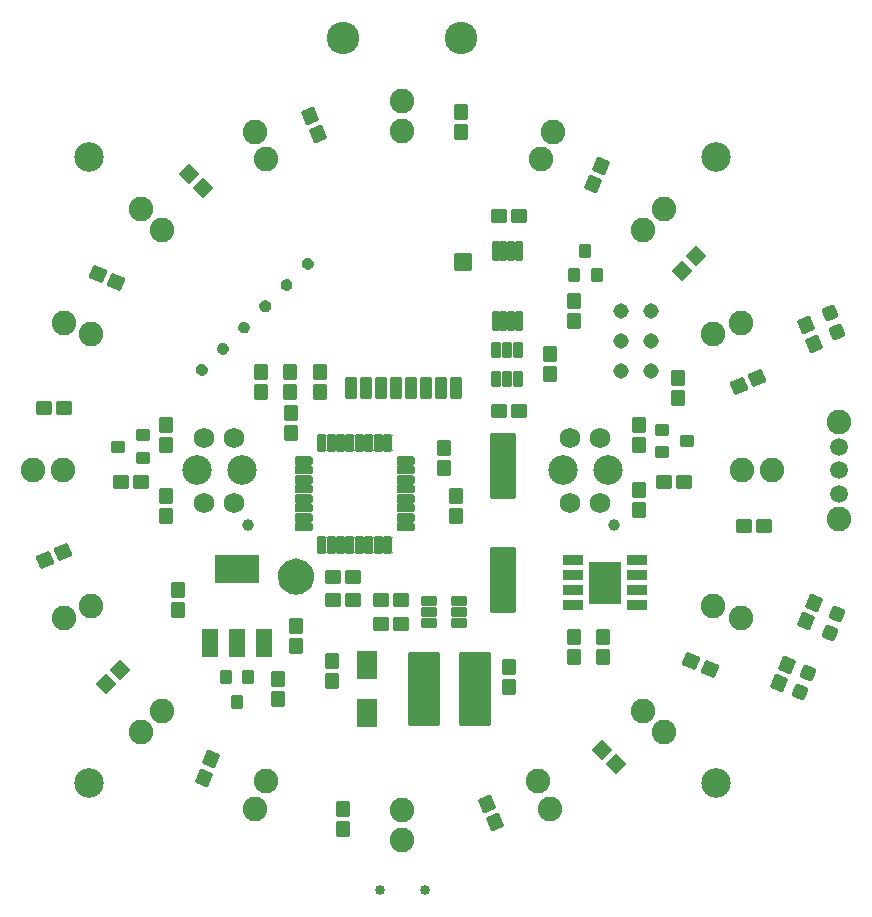
<source format=gts>
G04 #@! TF.GenerationSoftware,KiCad,Pcbnew,(6.0.4-0)*
G04 #@! TF.CreationDate,2022-11-18T23:15:20+01:00*
G04 #@! TF.ProjectId,iO_Atletehe_rev1,694f5f41-746c-4657-9465-68655f726576,rev?*
G04 #@! TF.SameCoordinates,Original*
G04 #@! TF.FileFunction,Soldermask,Top*
G04 #@! TF.FilePolarity,Negative*
%FSLAX46Y46*%
G04 Gerber Fmt 4.6, Leading zero omitted, Abs format (unit mm)*
G04 Created by KiCad (PCBNEW (6.0.4-0)) date 2022-11-18 23:15:20*
%MOMM*%
%LPD*%
G01*
G04 APERTURE LIST*
G04 Aperture macros list*
%AMRoundRect*
0 Rectangle with rounded corners*
0 $1 Rounding radius*
0 $2 $3 $4 $5 $6 $7 $8 $9 X,Y pos of 4 corners*
0 Add a 4 corners polygon primitive as box body*
4,1,4,$2,$3,$4,$5,$6,$7,$8,$9,$2,$3,0*
0 Add four circle primitives for the rounded corners*
1,1,$1+$1,$2,$3*
1,1,$1+$1,$4,$5*
1,1,$1+$1,$6,$7*
1,1,$1+$1,$8,$9*
0 Add four rect primitives between the rounded corners*
20,1,$1+$1,$2,$3,$4,$5,0*
20,1,$1+$1,$4,$5,$6,$7,0*
20,1,$1+$1,$6,$7,$8,$9,0*
20,1,$1+$1,$8,$9,$2,$3,0*%
G04 Aperture macros list end*
%ADD10C,1.308000*%
%ADD11RoundRect,0.101600X-0.500000X0.550000X-0.500000X-0.550000X0.500000X-0.550000X0.500000X0.550000X0*%
%ADD12RoundRect,0.101600X0.500000X-0.550000X0.500000X0.550000X-0.500000X0.550000X-0.500000X-0.550000X0*%
%ADD13RoundRect,0.101600X-0.742462X0.035355X0.035355X-0.742462X0.742462X-0.035355X-0.035355X0.742462X0*%
%ADD14RoundRect,0.101600X0.635000X0.279400X-0.635000X0.279400X-0.635000X-0.279400X0.635000X-0.279400X0*%
%ADD15RoundRect,0.101600X0.279400X0.635000X-0.279400X0.635000X-0.279400X-0.635000X0.279400X-0.635000X0*%
%ADD16RoundRect,0.101600X-0.400000X-0.450000X0.400000X-0.450000X0.400000X0.450000X-0.400000X0.450000X0*%
%ADD17RoundRect,0.101600X0.672416X-0.316792X0.251464X0.699475X-0.672416X0.316792X-0.251464X-0.699475X0*%
%ADD18RoundRect,0.101600X-0.762500X-0.350000X0.762500X-0.350000X0.762500X0.350000X-0.762500X0.350000X0*%
%ADD19RoundRect,0.101600X1.256500X-1.701000X1.256500X1.701000X-1.256500X1.701000X-1.256500X-1.701000X0*%
%ADD20C,2.082800*%
%ADD21RoundRect,0.101600X0.550000X0.500000X-0.550000X0.500000X-0.550000X-0.500000X0.550000X-0.500000X0*%
%ADD22RoundRect,0.101600X-0.672416X0.316792X-0.251464X-0.699475X0.672416X-0.316792X0.251464X0.699475X0*%
%ADD23RoundRect,0.101600X-0.550000X-0.500000X0.550000X-0.500000X0.550000X0.500000X-0.550000X0.500000X0*%
%ADD24RoundRect,0.101600X-0.225000X0.737500X-0.225000X-0.737500X0.225000X-0.737500X0.225000X0.737500X0*%
%ADD25RoundRect,0.251600X-0.457297X-0.189419X0.189419X-0.457297X0.457297X0.189419X-0.189419X0.457297X0*%
%ADD26RoundRect,0.101600X-0.251464X0.699475X-0.672416X-0.316792X0.251464X-0.699475X0.672416X0.316792X0*%
%ADD27C,2.499990*%
%ADD28RoundRect,0.251600X-0.189419X-0.457297X0.457297X-0.189419X0.189419X0.457297X-0.457297X0.189419X0*%
%ADD29RoundRect,0.101600X-0.775000X1.100000X-0.775000X-1.100000X0.775000X-1.100000X0.775000X1.100000X0*%
%ADD30C,2.500009*%
%ADD31RoundRect,0.101600X0.450000X-0.400000X0.450000X0.400000X-0.450000X0.400000X-0.450000X-0.400000X0*%
%ADD32RoundRect,0.101600X-0.450000X0.400000X-0.450000X-0.400000X0.450000X-0.400000X0.450000X0.400000X0*%
%ADD33C,2.500000*%
%ADD34C,1.000000*%
%ADD35C,1.753200*%
%ADD36RoundRect,0.101600X-0.600000X-0.300000X0.600000X-0.300000X0.600000X0.300000X-0.600000X0.300000X0*%
%ADD37RoundRect,0.101600X0.742462X-0.035355X-0.035355X0.742462X-0.742462X0.035355X0.035355X-0.742462X0*%
%ADD38RoundRect,0.101600X-0.699475X-0.251464X0.316792X-0.672416X0.699475X0.251464X-0.316792X0.672416X0*%
%ADD39RoundRect,0.101600X0.251464X-0.699475X0.672416X0.316792X-0.251464X0.699475X-0.672416X-0.316792X0*%
%ADD40RoundRect,0.101600X0.035355X0.742462X-0.742462X-0.035355X-0.035355X-0.742462X0.742462X0.035355X0*%
%ADD41RoundRect,0.101600X-0.316792X-0.672416X0.699475X-0.251464X0.316792X0.672416X-0.699475X0.251464X0*%
%ADD42RoundRect,0.101600X1.250000X-3.000000X1.250000X3.000000X-1.250000X3.000000X-1.250000X-3.000000X0*%
%ADD43RoundRect,0.251600X0.457297X0.189419X-0.189419X0.457297X-0.457297X-0.189419X0.189419X-0.457297X0*%
%ADD44RoundRect,0.101600X-0.965200X2.667000X-0.965200X-2.667000X0.965200X-2.667000X0.965200X2.667000X0*%
%ADD45RoundRect,0.101600X0.400000X0.450000X-0.400000X0.450000X-0.400000X-0.450000X0.400000X-0.450000X0*%
%ADD46RoundRect,0.101600X0.316792X0.672416X-0.699475X0.251464X-0.316792X-0.672416X0.699475X-0.251464X0*%
%ADD47RoundRect,0.101600X0.699475X0.251464X-0.316792X0.672416X-0.699475X-0.251464X0.316792X-0.672416X0*%
%ADD48RoundRect,0.101600X-0.300000X0.600000X-0.300000X-0.600000X0.300000X-0.600000X0.300000X0.600000X0*%
%ADD49RoundRect,0.101600X0.406400X-0.838200X0.406400X0.838200X-0.406400X0.838200X-0.406400X-0.838200X0*%
%ADD50RoundRect,0.101600X0.654000X-0.654000X0.654000X0.654000X-0.654000X0.654000X-0.654000X-0.654000X0*%
%ADD51RoundRect,0.101600X-0.035355X-0.742462X0.742462X0.035355X0.035355X0.742462X-0.742462X-0.035355X0*%
%ADD52RoundRect,0.101600X-0.609600X-1.117600X0.609600X-1.117600X0.609600X1.117600X-0.609600X1.117600X0*%
%ADD53RoundRect,0.101600X-1.800000X-1.100000X1.800000X-1.100000X1.800000X1.100000X-1.800000X1.100000X0*%
%ADD54C,0.850000*%
%ADD55C,2.743200*%
%ADD56C,1.503200*%
%ADD57C,2.078200*%
G04 APERTURE END LIST*
G36*
X140571890Y-87024476D02*
G01*
X140830749Y-87161932D01*
X140800969Y-87218013D01*
X140852654Y-87181126D01*
X140938136Y-87300903D01*
X140985443Y-87450826D01*
X140984097Y-87608031D01*
X140934232Y-87757124D01*
X140846713Y-87875420D01*
X140795669Y-87837655D01*
X140834185Y-87888135D01*
X140718117Y-87976696D01*
X140570871Y-88028380D01*
X140409672Y-88032147D01*
X140140210Y-87902664D01*
X140038140Y-87769318D01*
X139983977Y-87615795D01*
X139979778Y-87447864D01*
X140115187Y-87164834D01*
X140252238Y-87068759D01*
X140405956Y-87021670D01*
X140571890Y-87024476D01*
G37*
G36*
X131591634Y-96004732D02*
G01*
X131850493Y-96142188D01*
X131820713Y-96198269D01*
X131872398Y-96161382D01*
X131957880Y-96281159D01*
X132005187Y-96431082D01*
X132003841Y-96588287D01*
X131953976Y-96737380D01*
X131866457Y-96855676D01*
X131815415Y-96817913D01*
X131853929Y-96868391D01*
X131737862Y-96956952D01*
X131590615Y-97008635D01*
X131429418Y-97012403D01*
X131159954Y-96882920D01*
X131057884Y-96749574D01*
X131003721Y-96596051D01*
X130999522Y-96428121D01*
X131134931Y-96145090D01*
X131271982Y-96049015D01*
X131425700Y-96001926D01*
X131591634Y-96004732D01*
G37*
G36*
X133387685Y-94208681D02*
G01*
X133646544Y-94346137D01*
X133616764Y-94402218D01*
X133668449Y-94365331D01*
X133753932Y-94485108D01*
X133801238Y-94635031D01*
X133799892Y-94792235D01*
X133750027Y-94941329D01*
X133662508Y-95059625D01*
X133611464Y-95021860D01*
X133649980Y-95072340D01*
X133533912Y-95160901D01*
X133386666Y-95212585D01*
X133225468Y-95216352D01*
X132956005Y-95086869D01*
X132853935Y-94953523D01*
X132799772Y-94800000D01*
X132795574Y-94632069D01*
X132930982Y-94349039D01*
X133068033Y-94252964D01*
X133221751Y-94205875D01*
X133387685Y-94208681D01*
G37*
G36*
X135183736Y-92412629D02*
G01*
X135442595Y-92550085D01*
X135412815Y-92606167D01*
X135464501Y-92569280D01*
X135549983Y-92689057D01*
X135597289Y-92838980D01*
X135595943Y-92996184D01*
X135546078Y-93145278D01*
X135458560Y-93263574D01*
X135407515Y-93225809D01*
X135446031Y-93276289D01*
X135329964Y-93364850D01*
X135182717Y-93416534D01*
X135021519Y-93420300D01*
X134752056Y-93290818D01*
X134649987Y-93157472D01*
X134595824Y-93003949D01*
X134591625Y-92836018D01*
X134727034Y-92552988D01*
X134864084Y-92456913D01*
X135017802Y-92409824D01*
X135183736Y-92412629D01*
G37*
G36*
X138775839Y-88820527D02*
G01*
X139034698Y-88957983D01*
X139004918Y-89014064D01*
X139056603Y-88977177D01*
X139142085Y-89096954D01*
X139189391Y-89246877D01*
X139188046Y-89404082D01*
X139138181Y-89553175D01*
X139050662Y-89671471D01*
X138999617Y-89633706D01*
X139038134Y-89684187D01*
X138922066Y-89772747D01*
X138774820Y-89824431D01*
X138613621Y-89828198D01*
X138344158Y-89698715D01*
X138242089Y-89565369D01*
X138187926Y-89411846D01*
X138183727Y-89243916D01*
X138319136Y-88960886D01*
X138456187Y-88864810D01*
X138609905Y-88817721D01*
X138775839Y-88820527D01*
G37*
G36*
X136979787Y-90616578D02*
G01*
X137238646Y-90754034D01*
X137208867Y-90810115D01*
X137260552Y-90773229D01*
X137346034Y-90893005D01*
X137393340Y-91042928D01*
X137391995Y-91200133D01*
X137342129Y-91349226D01*
X137254611Y-91467523D01*
X137203566Y-91429757D01*
X137242082Y-91480238D01*
X137126015Y-91568799D01*
X136978768Y-91620482D01*
X136817570Y-91624249D01*
X136548107Y-91494767D01*
X136446038Y-91361420D01*
X136391875Y-91207898D01*
X136387676Y-91039967D01*
X136523085Y-90756937D01*
X136660136Y-90660862D01*
X136813853Y-90613772D01*
X136979787Y-90616578D01*
G37*
G36*
X139766910Y-112496117D02*
G01*
X140024643Y-112565177D01*
X140266469Y-112677942D01*
X140485040Y-112830987D01*
X140673713Y-113019660D01*
X140826758Y-113238231D01*
X140939523Y-113480057D01*
X141008583Y-113737790D01*
X141031838Y-114003600D01*
X141008583Y-114269410D01*
X140939523Y-114527143D01*
X140826758Y-114768969D01*
X140673713Y-114987540D01*
X140485040Y-115176213D01*
X140266469Y-115329258D01*
X140024643Y-115442023D01*
X139766910Y-115511083D01*
X139501100Y-115534338D01*
X139235290Y-115511083D01*
X138977557Y-115442023D01*
X138735731Y-115329258D01*
X138517160Y-115176213D01*
X138328487Y-114987540D01*
X138175442Y-114768969D01*
X138060780Y-114523076D01*
X137969971Y-114008070D01*
X137993617Y-113737790D01*
X138062677Y-113480057D01*
X138175442Y-113238231D01*
X138328487Y-113019660D01*
X138517160Y-112830987D01*
X138735731Y-112677942D01*
X138977557Y-112565177D01*
X139235290Y-112496117D01*
X139501100Y-112472862D01*
X139766910Y-112496117D01*
G37*
D10*
X166979600Y-94030800D03*
X169519600Y-94030800D03*
X166979600Y-96570800D03*
X169519600Y-96570800D03*
X169519600Y-91490800D03*
X166979600Y-91490800D03*
D11*
X171805600Y-97194000D03*
X171805600Y-98894000D03*
D12*
X139081100Y-101843600D03*
X139081100Y-100143600D03*
D13*
X165400059Y-128652559D03*
X166602141Y-129854641D03*
D11*
X163001100Y-119153600D03*
X163001100Y-120853600D03*
D14*
X148793700Y-109803600D03*
X148793700Y-109003600D03*
X148793700Y-108203600D03*
X148793700Y-107403600D03*
X148793700Y-106603600D03*
X148793700Y-105803600D03*
X148793700Y-105003600D03*
X148793700Y-104203600D03*
D15*
X147301100Y-102711000D03*
X146501100Y-102711000D03*
X145701100Y-102711000D03*
X144901100Y-102711000D03*
X144101100Y-102711000D03*
X143301100Y-102711000D03*
X142501100Y-102711000D03*
X141701100Y-102711000D03*
D14*
X140208500Y-104203600D03*
X140208500Y-105003600D03*
X140208500Y-105803600D03*
X140208500Y-106603600D03*
X140208500Y-107403600D03*
X140208500Y-108203600D03*
X140208500Y-109003600D03*
X140208500Y-109803600D03*
D15*
X141701100Y-111296200D03*
X142501100Y-111296200D03*
X143301100Y-111296200D03*
X144101100Y-111296200D03*
X144901100Y-111296200D03*
X145701100Y-111296200D03*
X146501100Y-111296200D03*
X147301100Y-111296200D03*
D16*
X163051100Y-88503600D03*
X164951100Y-88503600D03*
X164001100Y-86403600D03*
D17*
X141326381Y-76538898D03*
X140675819Y-74968302D03*
D11*
X143501100Y-133653600D03*
X143501100Y-135353600D03*
D18*
X162959100Y-112618600D03*
X162959100Y-113888600D03*
X162959100Y-115158600D03*
X162959100Y-116428600D03*
X168383100Y-116428600D03*
X168383100Y-115158600D03*
X168383100Y-113888600D03*
X168383100Y-112618600D03*
D19*
X165671100Y-114523600D03*
D20*
X177231100Y-105003600D03*
X179771100Y-105003600D03*
X168853074Y-125355574D03*
X170649126Y-127151626D03*
X136987108Y-131330273D03*
X136015092Y-133676927D03*
D11*
X138001100Y-122653600D03*
X138001100Y-124353600D03*
D21*
X148351100Y-116003600D03*
X146651100Y-116003600D03*
D11*
X153001100Y-107153600D03*
X153001100Y-108853600D03*
D22*
X155675819Y-133218302D03*
X156326381Y-134788898D03*
D20*
X128149126Y-125355574D03*
X126353074Y-127151626D03*
D23*
X142651100Y-116003600D03*
X144351100Y-116003600D03*
D24*
X158336100Y-86465600D03*
X157686100Y-86465600D03*
X157036100Y-86465600D03*
X156386100Y-86465600D03*
X156386100Y-92341600D03*
X157036100Y-92341600D03*
X157686100Y-92341600D03*
X158336100Y-92341600D03*
D12*
X161001100Y-96853600D03*
X161001100Y-95153600D03*
D25*
X184665487Y-118813842D03*
X185336713Y-117193358D03*
D22*
X182675819Y-92718302D03*
X183326381Y-94288898D03*
D20*
X128149126Y-84651626D03*
X126353074Y-82855574D03*
D23*
X156651100Y-100003600D03*
X158351100Y-100003600D03*
D12*
X152001100Y-104853600D03*
X152001100Y-103153600D03*
D23*
X146651100Y-118003600D03*
X148351100Y-118003600D03*
D20*
X174827773Y-116517592D03*
X177174427Y-117489608D03*
D26*
X183326381Y-116218302D03*
X182675819Y-117788898D03*
D20*
X122174427Y-116517592D03*
X119827773Y-117489608D03*
D12*
X168501100Y-108353600D03*
X168501100Y-106653600D03*
D27*
X121984596Y-131520104D03*
D11*
X136501100Y-96653600D03*
X136501100Y-98353600D03*
D28*
X185336713Y-93313842D03*
X184665487Y-91693358D03*
D26*
X132326381Y-129468302D03*
X131675819Y-131038898D03*
D29*
X145501100Y-121453600D03*
X145501100Y-125553600D03*
D30*
X175017603Y-131520104D03*
D20*
X136987108Y-78676927D03*
X136015092Y-76330273D03*
X119771100Y-105003600D03*
X117231100Y-105003600D03*
D12*
X129501100Y-116853600D03*
X129501100Y-115153600D03*
D31*
X126501100Y-103953600D03*
X126501100Y-102053600D03*
X124401100Y-103003600D03*
D32*
X170501100Y-101553600D03*
X170501100Y-103453600D03*
X172601100Y-102503600D03*
D12*
X139501100Y-119853600D03*
X139501100Y-118153600D03*
D21*
X126351100Y-106003600D03*
X124651100Y-106003600D03*
D20*
X122174427Y-93489608D03*
X119827773Y-92517592D03*
D33*
X165901100Y-105003600D03*
D34*
X166451100Y-109653600D03*
D33*
X162101100Y-105003600D03*
D35*
X162731100Y-107753600D03*
X165271100Y-107753600D03*
X165271100Y-102253600D03*
X162731100Y-102253600D03*
D36*
X150751100Y-116053600D03*
X150751100Y-117003600D03*
X150751100Y-117953600D03*
X153251100Y-117953600D03*
X153251100Y-117003600D03*
X153251100Y-116053600D03*
D20*
X160265092Y-78676927D03*
X161237108Y-76330273D03*
D37*
X131602141Y-81104641D03*
X130400059Y-79902559D03*
D21*
X119851100Y-99753600D03*
X118151100Y-99753600D03*
D38*
X172965802Y-121178319D03*
X174536398Y-121828881D03*
D39*
X164675819Y-80788898D03*
X165326381Y-79218302D03*
D11*
X168501100Y-101153600D03*
X168501100Y-102853600D03*
D20*
X148501100Y-133733600D03*
X148501100Y-136273600D03*
X168853074Y-84651626D03*
X170649126Y-82855574D03*
D23*
X177401100Y-109753600D03*
X179101100Y-109753600D03*
D40*
X124602141Y-121902559D03*
X123400059Y-123104641D03*
D41*
X176965802Y-97828881D03*
X178536398Y-97178319D03*
D12*
X157501100Y-123353600D03*
X157501100Y-121653600D03*
D42*
X150326100Y-123503600D03*
X154626100Y-123503600D03*
D43*
X182836713Y-122193358D03*
X182165487Y-123813842D03*
D11*
X165501100Y-119153600D03*
X165501100Y-120853600D03*
D44*
X157001100Y-104677600D03*
X157001100Y-114329600D03*
D27*
X121984596Y-78487097D03*
D23*
X142651100Y-114003600D03*
X144351100Y-114003600D03*
D45*
X135451100Y-122503600D03*
X133551100Y-122503600D03*
X134501100Y-124603600D03*
D11*
X139001100Y-96653600D03*
X139001100Y-98353600D03*
D12*
X128501100Y-108853600D03*
X128501100Y-107153600D03*
D23*
X156651100Y-83503600D03*
X158351100Y-83503600D03*
D20*
X160015092Y-131330273D03*
X160987108Y-133676927D03*
D46*
X119786398Y-111928319D03*
X118215802Y-112578881D03*
D12*
X128501100Y-102853600D03*
X128501100Y-101153600D03*
D47*
X124286398Y-89078881D03*
X122715802Y-88428319D03*
D12*
X153501100Y-76353600D03*
X153501100Y-74653600D03*
D48*
X158311100Y-94813600D03*
X157361100Y-94813600D03*
X156411100Y-94813600D03*
X156411100Y-97313600D03*
X157361100Y-97313600D03*
X158311100Y-97313600D03*
D49*
X144111100Y-98003600D03*
X146651100Y-98003600D03*
X147921100Y-98003600D03*
X145381100Y-98003600D03*
D50*
X153626100Y-87378600D03*
D49*
X153001100Y-98003600D03*
X151731100Y-98003600D03*
X150461100Y-98003600D03*
X149191100Y-98003600D03*
D51*
X172150059Y-88104641D03*
X173352141Y-86902559D03*
D52*
X132189700Y-119602400D03*
X134501100Y-119602400D03*
X136812500Y-119602400D03*
D53*
X134501100Y-113404600D03*
D11*
X141501100Y-96653600D03*
X141501100Y-98353600D03*
D30*
X175017603Y-78487097D03*
D39*
X180425819Y-123038898D03*
X181076381Y-121468302D03*
D34*
X135451100Y-109653600D03*
D33*
X131101100Y-105003600D03*
X134901100Y-105003600D03*
D35*
X131731100Y-107753600D03*
X134271100Y-107753600D03*
X134271100Y-102253600D03*
X131731100Y-102253600D03*
D20*
X174827773Y-93489608D03*
X177174427Y-92517592D03*
D12*
X163001100Y-92353600D03*
X163001100Y-90653600D03*
D20*
X148501100Y-76273600D03*
X148501100Y-73733600D03*
D11*
X142501100Y-121153600D03*
X142501100Y-122853600D03*
D23*
X170651100Y-106003600D03*
X172351100Y-106003600D03*
D54*
X150401100Y-140553600D03*
X146601100Y-140553600D03*
D55*
X153471100Y-68403600D03*
X143471100Y-68403600D03*
D56*
X185501100Y-103003600D03*
X185501100Y-105003600D03*
X185501100Y-107003600D03*
D57*
X185501100Y-100903600D03*
X185501100Y-109103600D03*
M02*

</source>
